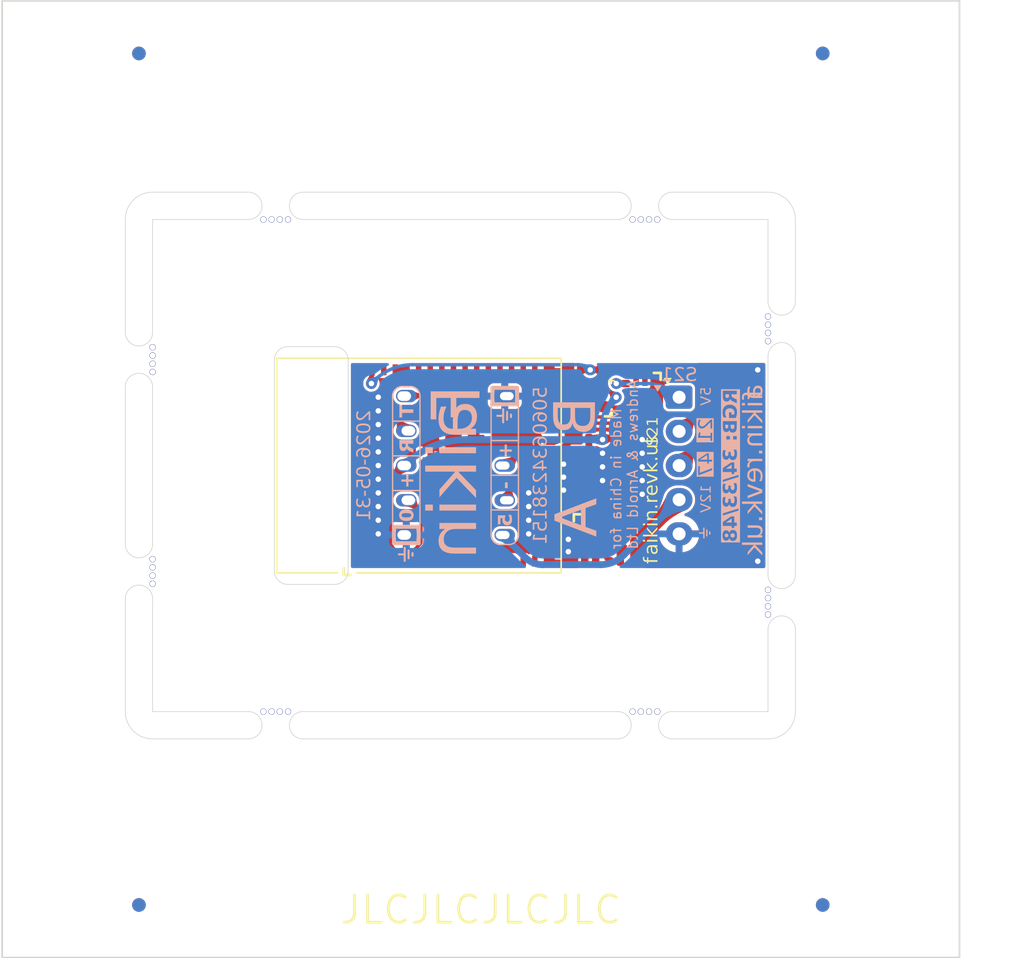
<source format=kicad_pcb>
(kicad_pcb (version 20221018) (generator pcbnew)
  (title_block (title "PCB-FAIKIN") (rev "1") (company "Adrian Kennard, Andrews & Arnold Ltd"))
  (layers (0 "F.Cu" signal) (31 "B.Cu" signal) (34 "B.Paste" user) (35 "F.Paste" user) (36 "B.SilkS" user "B.Silkscreen") (37 "F.SilkS" user "F.Silkscreen") (38 "B.Mask" user) (39 "F.Mask" user) (44 "Edge.Cuts" user))
  (property "DATE" "2023-06-02")
  (net 0 "")
  (net 1 "GND")
  (net 2 "TX")
  (net 3 "RX")
  (net 4 "Net-(J1-Pin_2)")
  (net 5 "Net-(D2-RK)")
  (net 6 "Net-(D2-BK)")
  (net 7 "DC")
  (net 8 "Net-(D2-GK)")
  (net 9 "Net-(U4-EN)")
  (net 10 "Net-(J1-Pin_3)")
  (net 20 "+3.3V")
  (net 23 "R")
  (net 24 "G")
  (net 25 "B")
  (net 30 "Net-(J1-Pin_1)")
  (net 42 "Net-(J2-0)")
  (net 43 "Net-(J2-Rx)")
  (net 44 "Net-(J2-Tx)")
  (net 45 "D-")
  (net 46 "D+")
  (footprint "RevK:R_0402" (layer "F.Cu") (at 145.6 57.5 90)
    (fp_text reference "R1" hide)
    (fp_text value "10k" hide)
    (pad "1" smd roundrect (at -0.5 0 90) (size 0.54 0.64) (layers "F.Cu" "F.Paste" "F.Mask") (net 30 "Net-(J1-Pin_1)"))
    (pad "2" smd roundrect (at 0.5 0 90) (size 0.54 0.64) (layers "F.Cu" "F.Paste" "F.Mask") (net 10 "Net-(J1-Pin_3)"))
  )
  (footprint "RevK:PCB-Join1" (layer "F.Cu") (at 110 71.75)
    (fp_text reference "Z1" hide)
    (fp_text value "Hidden" hide)
    (fp_arc (start -1 2) (mid 0 1) (end 1 2) (stroke (width 0.05)) (layer "Edge.Cuts"))
    (fp_arc (start 1 -2) (mid 0 -1) (end -1 -2) (stroke (width 0.05)) (layer "Edge.Cuts"))
    (pad "" np_thru_hole circle (at 1 -0.9) (size 0.45 0.45) (drill 0.4) (layers "F&B.Cu") (clearance 0.01))
    (pad "" np_thru_hole circle (at 1 -0.3) (size 0.45 0.45) (drill 0.4) (layers "F&B.Cu") (clearance 0.01))
    (pad "" np_thru_hole circle (at 1 0.3) (size 0.45 0.45) (drill 0.4) (layers "F&B.Cu") (clearance 0.01))
    (pad "" np_thru_hole circle (at 1 0.9) (size 0.45 0.45) (drill 0.4) (layers "F&B.Cu") (clearance 0.01))
    (zone (net 0) (net_name "") (layers "*.Cu") (connect_pads (clearance 0)) (min_thickness 0.254)
      (keepout (tracks allowed) (vias allowed) (pads allowed) (copperpour not_allowed) (footprints allowed))
      (fill (thermal_gap 0.508) (thermal_bridge_width 0.508))
      (polygon (pts (xy 111.2 73.75) (xy 108.8 73.75) (xy 108.8 69.75) (xy 111.2 69.75)))
    )
  )
  (footprint "RevK:PCB-Join1" (layer "F.Cu") (at 147 45 -90)
    (fp_text reference "Z7" hide)
    (fp_text value "Hidden" hide)
    (fp_arc (start -1 2) (mid 0 1) (end 1 2) (stroke (width 0.05)) (layer "Edge.Cuts"))
    (fp_arc (start 1 -2) (mid 0 -1) (end -1 -2) (stroke (width 0.05)) (layer "Edge.Cuts"))
    (pad "" np_thru_hole circle (at 1 -0.9 270) (size 0.45 0.45) (drill 0.4) (layers "F&B.Cu") (clearance 0.01))
    (pad "" np_thru_hole circle (at 1 -0.3 270) (size 0.45 0.45) (drill 0.4) (layers "F&B.Cu") (clearance 0.01))
    (pad "" np_thru_hole circle (at 1 0.3 270) (size 0.45 0.45) (drill 0.4) (layers "F&B.Cu") (clearance 0.01))
    (pad "" np_thru_hole circle (at 1 0.9 270) (size 0.45 0.45) (drill 0.4) (layers "F&B.Cu") (clearance 0.01))
    (zone (net 0) (net_name "") (layers "*.Cu") (connect_pads (clearance 0)) (min_thickness 0.254)
      (keepout (tracks allowed) (vias allowed) (pads allowed) (copperpour not_allowed) (footprints allowed))
      (fill (thermal_gap 0.508) (thermal_bridge_width 0.508))
      (polygon (pts (xy 145 46.2) (xy 145 43.8) (xy 149 43.8) (xy 149 46.2)))
    )
  )
  (footprint "RevK:C_0603_" (layer "F.Cu") (at 146.4 67.815 90)
    (fp_text reference "C8" hide)
    (fp_text value "10uF 50V")
  )
  (footprint "RevK:PCB-Join1" (layer "F.Cu") (at 157 54 180)
    (fp_text reference "Z3" hide)
    (fp_text value "Hidden" hide)
    (fp_arc (start -1 2) (mid 0 1) (end 1 2) (stroke (width 0.05)) (layer "Edge.Cuts"))
    (fp_arc (start 1 -2) (mid 0 -1) (end -1 -2) (stroke (width 0.05)) (layer "Edge.Cuts"))
    (pad "" np_thru_hole circle (at 1 -0.9 180) (size 0.45 0.45) (drill 0.4) (layers "F&B.Cu") (clearance 0.01))
    (pad "" np_thru_hole circle (at 1 -0.3 180) (size 0.45 0.45) (drill 0.4) (layers "F&B.Cu") (clearance 0.01))
    (pad "" np_thru_hole circle (at 1 0.3 180) (size 0.45 0.45) (drill 0.4) (layers "F&B.Cu") (clearance 0.01))
    (pad "" np_thru_hole circle (at 1 0.9 180) (size 0.45 0.45) (drill 0.4) (layers "F&B.Cu") (clearance 0.01))
    (zone (net 0) (net_name "") (layers "*.Cu") (connect_pads (clearance 0)) (min_thickness 0.254)
      (keepout (tracks allowed) (vias allowed) (pads allowed) (copperpour not_allowed) (footprints allowed))
      (fill (thermal_gap 0.508) (thermal_bridge_width 0.508))
      (polygon (pts (xy 155.8 52) (xy 158.2 52) (xy 158.2 56) (xy 155.8 56)))
    )
  )
  (footprint "RevK:LED-RGB-1.6x1.6" (layer "F.Cu") (at 143.55 58.9 90)
    (fp_text reference "D2" hide)
    (fp_text value "RGB")
    (pad "1" smd rect (at -0.8 0.45 90) (size 0.8 0.55) (layers "F.Cu" "F.Paste" "F.Mask") (net 5 "Net-(D2-RK)"))
    (pad "2" smd rect (at -0.8 -0.45 90) (size 0.8 0.55) (layers "F.Cu" "F.Paste" "F.Mask") (net 8 "Net-(D2-GK)"))
    (pad "3" smd rect (at 0.8 -0.45 90) (size 0.8 0.55) (layers "F.Cu" "F.Paste" "F.Mask") (net 6 "Net-(D2-BK)"))
    (pad "4" smd rect (at 0.8 0.45 90) (size 0.8 0.55) (layers "F.Cu" "F.Paste" "F.Mask") (net 20 "+3.3V"))
  )
  (footprint "RevK:PCB-Join1" (layer "F.Cu") (at 157 74 180)
    (fp_text reference "Z4" hide)
    (fp_text value "Hidden" hide)
    (fp_arc (start -1 2) (mid 0 1) (end 1 2) (stroke (width 0.05)) (layer "Edge.Cuts"))
    (fp_arc (start 1 -2) (mid 0 -1) (end -1 -2) (stroke (width 0.05)) (layer "Edge.Cuts"))
    (pad "" np_thru_hole circle (at 1 -0.9 180) (size 0.45 0.45) (drill 0.4) (layers "F&B.Cu") (clearance 0.01))
    (pad "" np_thru_hole circle (at 1 -0.3 180) (size 0.45 0.45) (drill 0.4) (layers "F&B.Cu") (clearance 0.01))
    (pad "" np_thru_hole circle (at 1 0.3 180) (size 0.45 0.45) (drill 0.4) (layers "F&B.Cu") (clearance 0.01))
    (pad "" np_thru_hole circle (at 1 0.9 180) (size 0.45 0.45) (drill 0.4) (layers "F&B.Cu") (clearance 0.01))
    (zone (net 0) (net_name "") (layers "*.Cu") (connect_pads (clearance 0)) (min_thickness 0.254)
      (keepout (tracks allowed) (vias allowed) (pads allowed) (copperpour not_allowed) (footprints allowed))
      (fill (thermal_gap 0.508) (thermal_bridge_width 0.508))
      (polygon (pts (xy 155.8 72) (xy 158.2 72) (xy 158.2 76) (xy 155.8 76)))
    )
  )
  (footprint "RevK:R_0402" (layer "F.Cu") (at 141.8 59.8 180)
    (fp_text reference "R6" hide)
    (fp_text value "2K" hide)
    (pad "1" smd roundrect (at -0.5 0 180) (size 0.54 0.64) (layers "F.Cu" "F.Paste" "F.Mask") (net 8 "Net-(D2-GK)"))
    (pad "2" smd roundrect (at 0.5 0 180) (size 0.54 0.64) (layers "F.Cu" "F.Paste" "F.Mask") (net 24 "G"))
  )
  (footprint "RevK:C_0402" (layer "F.Cu") (at 141.8 57 180)
    (fp_text reference "C6" hide)
    (fp_text value "1uF" hide)
    (pad "1" smd roundrect (at -0.5 0 180) (size 0.54 0.64) (layers "F.Cu" "F.Paste" "F.Mask") (net 9 "Net-(U4-EN)"))
    (pad "2" smd roundrect (at 0.5 0 180) (size 0.54 0.64) (layers "F.Cu" "F.Paste" "F.Mask") (net 1 "GND"))
  )
  (footprint "RevK:R_0402_" (layer "F.Cu") (at 142.1 71 180)
    (fp_text reference "R10" hide)
    (fp_text value "39k2" hide)
  )
  (footprint "RevK:SOT-363_SC-70-6" (layer "F.Cu") (at 147 58.8 -90)
    (fp_text reference "Q1" hide)
    (fp_text value "BSS138PS")
    (pad "1" smd rect (at -0.95 -0.65 270) (size 0.65 0.4) (layers "F.Cu" "F.Paste" "F.Mask") (net 1 "GND"))
    (pad "2" smd rect (at -0.95 0 270) (size 0.65 0.4) (layers "F.Cu" "F.Paste" "F.Mask") (net 4 "Net-(J1-Pin_2)"))
    (pad "3" smd rect (at -0.95 0.65 270) (size 0.65 0.4) (layers "F.Cu" "F.Paste" "F.Mask") (net 10 "Net-(J1-Pin_3)"))
    (pad "4" smd rect (at 0.95 0.65 270) (size 0.65 0.4) (layers "F.Cu" "F.Paste" "F.Mask") (net 1 "GND"))
    (pad "5" smd rect (at 0.95 0 270) (size 0.65 0.4) (layers "F.Cu" "F.Paste" "F.Mask") (net 2 "TX"))
    (pad "6" smd rect (at 0.95 -0.65 270) (size 0.65 0.4) (layers "F.Cu" "F.Paste" "F.Mask") (net 3 "RX"))
  )
  (footprint "RevK:R_0402" (layer "F.Cu") (at 141.8 58.9 180)
    (fp_text reference "R5" hide)
    (fp_text value "680R" hide)
    (pad "1" smd roundrect (at -0.5 0 180) (size 0.54 0.64) (layers "F.Cu" "F.Paste" "F.Mask") (net 5 "Net-(D2-RK)"))
    (pad "2" smd roundrect (at 0.5 0 180) (size 0.54 0.64) (layers "F.Cu" "F.Paste" "F.Mask") (net 23 "R"))
  )
  (footprint "RevK:SOT-23-6-MD8942" (layer "F.Cu") (at 143.9 69.115 180)
    (fp_text reference "U3" hide)
    (fp_text value "MD8942")
    (pad "1" smd rect (at 0.7625 1.5 180) (size 0.525 0.8) (layers "F.Cu"))
    (pad "1" smd roundrect (at 0.775 2 180) (size 0.8 0.95) (layers "F.Cu" "F.Paste" "F.Mask"))
    (pad "1" smd roundrect (at 1.1375 0.95 180) (size 1.325 0.6) (layers "F.Cu" "F.Paste" "F.Mask"))
    (pad "2" smd roundrect (at 1.1375 0 180) (size 1.325 0.6) (layers "F.Cu" "F.Paste" "F.Mask") (net 1 "GND"))
    (pad "2" smd rect (at 1.8 0 180) (size 0.8 0.6) (layers "F.Cu") (net 1 "GND"))
    (pad "2" smd roundrect (at 2.300001 -1.9 180) (size 0.54 0.64) (layers "F.Cu" "F.Paste" "F.Mask") (net 1 "GND"))
    (pad "2" smd roundrect (at 2.5 -0.72 180) (size 0.95 3) (layers "F.Cu") (net 1 "GND"))
    (pad "2" smd roundrect (at 2.5 0.525 180) (size 0.95 0.8) (layers "F.Cu" "F.Paste" "F.Mask") (net 1 "GND"))
    (pad "3" smd roundrect (at 0.5 -1.9 180) (size 0.54 0.64) (layers "F.Cu" "F.Paste" "F.Mask"))
    (pad "3" smd rect (at 0.625 -1.355 180) (size 0.29 0.89) (layers "F.Cu"))
    (pad "3" smd roundrect (at 1.1375 -0.95 180) (size 1.325 0.6) (layers "F.Cu" "F.Paste" "F.Mask"))
    (pad "3" smd rect (at 1.3 -1.45 180) (size 0.54 1) (layers "F.Cu"))
    (pad "3" smd roundrect (at 1.300001 -1.9 180) (size 0.54 0.64) (layers "F.Cu" "F.Paste" "F.Mask"))
    (pad "4" smd roundrect (at -1.3 -1.9 180) (size 0.54 0.64) (layers "F.Cu" "F.Paste" "F.Mask"))
    (pad "4" smd rect (at -1.3 -1.42 180) (size 0.54 1) (layers "F.Cu"))
    (pad "4" smd roundrect (at -1.1375 -0.95 180) (size 1.325 0.6) (layers "F.Cu" "F.Paste" "F.Mask"))
    (pad "5" smd roundrect (at -2.5 -0.72 180) (size 0.95 3) (layers "F.Cu") (net 7 "DC"))
    (pad "5" smd roundrect (at -2.5 0.525 180) (size 0.95 0.8) (layers "F.Cu" "F.Paste" "F.Mask") (net 7 "DC"))
    (pad "5" smd roundrect (at -2.3 -1.9 180) (size 0.54 0.64) (layers "F.Cu" "F.Paste" "F.Mask") (net 7 "DC"))
    (pad "5" smd rect (at -1.8 0 180) (size 0.8 0.6) (layers "F.Cu") (net 7 "DC"))
    (pad "5" smd roundrect (at -1.1375 0 180) (size 1.325 0.6) (layers "F.Cu" "F.Paste" "F.Mask") (net 7 "DC"))
    (pad "6" smd rect (at -1.5 4.6 180) (size 1.425 3.7) (layers "F.Cu" "F.Mask"))
    (pad "6" smd rect (at -1.3 1.975 180) (size 1 2) (layers "F.Cu"))
    (pad "6" smd roundrect (at -1.1375 0.95 180) (size 1.325 0.6) (layers "F.Cu" "F.Paste" "F.Mask"))
    (pad "6" smd roundrect (at -0.775 2 180) (size 0.8 0.95) (layers "F.Cu" "F.Paste" "F.Mask"))
    (pad "7" smd roundrect (at -2.69375 4.2 180) (size 0.5625 4.5) (layers "F.Cu") (net 1 "GND"))
    (pad "7" smd roundrect (at -2.5 2.075 180) (size 0.95 0.8) (layers "F.Cu" "F.Paste" "F.Mask") (net 1 "GND"))
    (pad "8" smd roundrect (at -0.5 -1.9 180) (size 0.54 0.64) (layers "F.Cu" "F.Paste" "F.Mask") (net 20 "+3.3V"))
    (pad "8" smd custom (at 0 0.8 180) (size 0.35 3) (layers "F.Cu") (net 20 "+3.3V") (options (clearance outline) (anchor rect)) (primitives (gr_arc (start -0.5 -2.71) (mid -0.129059 -2.154847) (end 0.001198 -1.5) (width 0.35)) (gr_arc (start 1.5 3) (mid 0.43934 2.56066) (end 0 1.5) (width 0.35))))
    (pad "8" smd rect (at 1.5 4.6 180) (size 1.425 3.7) (layers "F.Cu" "F.Mask") (net 20 "+3.3V"))
    (pad "8" smd custom (at 1.8 3.6 180) (size 0.7 2) (layers "F.Cu") (net 20 "+3.3V") (options (clearance outline) (anchor rect)) (primitives (gr_arc (start 0 -1) (mid 0.146447 -1.353553) (end 0.5 -1.5) (width 0.7))))
    (pad "8" smd roundrect (at 2.5 2.075 180) (size 0.95 0.8) (layers "F.Cu" "F.Paste" "F.Mask") (net 20 "+3.3V"))
  )
  (footprint "RevK:R_0402" (layer "F.Cu") (at 144.2 57 180)
    (fp_text reference "R3" hide)
    (fp_text value "10K" hide)
    (pad "1" smd roundrect (at -0.5 0 180) (size 0.54 0.64) (layers "F.Cu" "F.Paste" "F.Mask") (net 20 "+3.3V"))
    (pad "2" smd roundrect (at 0.5 0 180) (size 0.54 0.64) (layers "F.Cu" "F.Paste" "F.Mask") (net 9 "Net-(U4-EN)"))
  )
  (footprint "RevK:R_0402_" (layer "F.Cu") (at 145.7 71 180)
    (fp_text reference "R11" hide)
    (fp_text value "1M" hide)
  )
  (footprint "RevK:C_0402" (layer "F.Cu") (at 142.4 62 180)
    (fp_text reference "C2" hide)
    (fp_text value "100nF" hide)
    (pad "1" smd roundrect (at -0.5 0 180) (size 0.54 0.64) (layers "F.Cu" "F.Paste" "F.Mask") (net 20 "+3.3V"))
    (pad "2" smd roundrect (at 0.5 0 180) (size 0.54 0.64) (layers "F.Cu" "F.Paste" "F.Mask") (net 1 "GND"))
  )
  (footprint "RevK:ESP32-S3-MINI-1" (layer "F.Cu") (at 133 64 90)
    (fp_text reference "U4" hide)
    (fp_text value "ESP32-S3-MINI-1" hide)
    (pad "1" smd rect (at -7 -5.95 180) (size 0.4 0.8) (layers "F.Cu" "F.Paste" "F.Mask") (net 1 "GND"))
    (pad "2" smd rect (at -7 -5.1 180) (size 0.4 0.8) (layers "F.Cu" "F.Paste" "F.Mask") (net 1 "GND"))
    (pad "3" smd rect (at -7 -4.25 180) (size 0.4 0.8) (layers "F.Cu" "F.Paste" "F.Mask") (net 20 "+3.3V"))
    (pad "4" smd rect (at -7 -3.4 180) (size 0.4 0.8) (layers "F.Cu" "F.Paste" "F.Mask") (net 42 "Net-(J2-0)"))
    (pad "5" smd rect (at -7 -2.55 180) (size 0.4 0.8) (layers "F.Cu" "F.Paste" "F.Mask"))
    (pad "6" smd rect (at -7 -1.7 180) (size 0.4 0.8) (layers "F.Cu" "F.Paste" "F.Mask"))
    (pad "7" smd rect (at -7 -0.85 180) (size 0.4 0.8) (layers "F.Cu" "F.Paste" "F.Mask"))
    (pad "8" smd rect (at -7 0 180) (size 0.4 0.8) (layers "F.Cu" "F.Paste" "F.Mask"))
    (pad "9" smd rect (at -7 0.85 180) (size 0.4 0.8) (layers "F.Cu" "F.Paste" "F.Mask"))
    (pad "10" smd rect (at -7 1.7 180) (size 0.4 0.8) (layers "F.Cu" "F.Paste" "F.Mask"))
    (pad "11" smd rect (at -7 2.55 180) (size 0.4 0.8) (layers "F.Cu" "F.Paste" "F.Mask"))
    (pad "12" smd rect (at -7 3.4 180) (size 0.4 0.8) (layers "F.Cu" "F.Paste" "F.Mask"))
    (pad "13" smd rect (at -7 4.25 180) (size 0.4 0.8) (layers "F.Cu" "F.Paste" "F.Mask"))
    (pad "14" smd rect (at -7 5.1 180) (size 0.4 0.8) (layers "F.Cu" "F.Paste" "F.Mask"))
    (pad "15" smd rect (at -7 5.95 180) (size 0.4 0.8) (layers "F.Cu" "F.Paste" "F.Mask"))
    (pad "16" smd rect (at -5.95 7 90) (size 0.4 0.8) (layers "F.Cu" "F.Paste" "F.Mask") (net 1 "GND"))
    (pad "17" smd rect (at -5.1 7 90) (size 0.4 0.8) (layers "F.Cu" "F.Paste" "F.Mask") (net 1 "GND"))
    (pad "18" smd rect (at -4.25 7 90) (size 0.4 0.8) (layers "F.Cu" "F.Paste" "F.Mask") (net 1 "GND"))
    (pad "19" smd rect (at -3.4 7 90) (size 0.4 0.8) (layers "F.Cu" "F.Paste" "F.Mask") (net 1 "GND"))
    (pad "20" smd rect (at -2.55 7 90) (size 0.4 0.8) (layers "F.Cu" "F.Paste" "F.Mask") (net 1 "GND"))
    (pad "21" smd rect (at -1.7 7 90) (size 0.4 0.8) (layers "F.Cu" "F.Paste" "F.Mask") (net 1 "GND"))
    (pad "22" smd rect (at -0.85 7 90) (size 0.4 0.8) (layers "F.Cu" "F.Paste" "F.Mask") (net 1 "GND"))
    (pad "23" smd rect (at 0 7 90) (size 0.4 0.8) (layers "F.Cu" "F.Paste" "F.Mask") (net 45 "D-"))
    (pad "24" smd rect (at 0.85 7 90) (size 0.4 0.8) (layers "F.Cu" "F.Paste" "F.Mask") (net 46 "D+"))
    (pad "25" smd rect (at 1.7 7 90) (size 0.4 0.8) (layers "F.Cu" "F.Paste" "F.Mask") (net 3 "RX"))
    (pad "26" smd rect (at 2.55 7 90) (size 0.4 0.8) (layers "F.Cu" "F.Paste" "F.Mask"))
    (pad "27" smd rect (at 3.4 7 90) (size 0.4 0.8) (layers "F.Cu" "F.Paste" "F.Mask") (net 2 "TX"))
    (pad "28" smd rect (at 4.25 7 90) (size 0.4 0.8) (layers "F.Cu" "F.Paste" "F.Mask") (net 24 "G"))
    (pad "29" smd rect (at 5.1 7 90) (size 0.4 0.8) (layers "F.Cu" "F.Paste" "F.Mask") (net 23 "R"))
    (pad "30" smd rect (at 5.95 7 90) (size 0.4 0.8) (layers "F.Cu" "F.Paste" "F.Mask") (net 25 "B"))
    (pad "31" smd rect (at 7 5.95 180) (size 0.4 0.8) (layers "F.Cu" "F.Paste" "F.Mask"))
    (pad "32" smd rect (at 7 5.1 180) (size 0.4 0.8) (layers "F.Cu" "F.Paste" "F.Mask"))
    (pad "33" smd rect (at 7 4.25 180) (size 0.4 0.8) (layers "F.Cu" "F.Paste" "F.Mask"))
    (pad "34" smd rect (at 7 3.4 180) (size 0.4 0.8) (layers "F.Cu" "F.Paste" "F.Mask"))
    (pad "35" smd rect (at 7 2.55 180) (size 0.4 0.8) (layers "F.Cu" "F.Paste" "F.Mask"))
    (pad "36" smd rect (at 7 1.7 180) (size 0.4 0.8) (layers "F.Cu" "F.Paste" "F.Mask"))
    (pad "37" smd rect (at 7 0.85 180) (size 0.4 0.8) (layers "F.Cu" "F.Paste" "F.Mask"))
    (pad "38" smd rect (at 7 0 180) (size 0.4 0.8) (layers "F.Cu" "F.Paste" "F.Mask"))
    (pad "39" smd rect (at 7 -0.85 180) (size 0.4 0.8) (layers "F.Cu" "F.Paste" "F.Mask") (net 44 "Net-(J2-Tx)"))
    (pad "40" smd rect (at 7 -1.7 180) (size 0.4 0.8) (layers "F.Cu" "F.Paste" "F.Mask") (net 43 "Net-(J2-Rx)"))
    (pad "41" smd rect (at 7 -2.55 180) (size 0.4 0.8) (layers "F.Cu" "F.Paste" "F.Mask"))
    (pad "42" smd rect (at 7 -3.4 180) (size 0.4 0.8) (layers "F.Cu" "F.Paste" "F.Mask") (net 1 "GND"))
    (pad "43" smd rect (at 7 -4.25 180) (size 0.4 0.8) (layers "F.Cu" "F.Paste" "F.Mask") (net 1 "GND"))
    (pad "44" smd rect (at 7 -5.1 180) (size 0.4 0.8) (layers "F.Cu" "F.Paste" "F.Mask"))
    (pad "45" smd rect (at 7 -5.95 180) (size 0.4 0.8) (layers "F.Cu" "F.Paste" "F.Mask") (net 9 "Net-(U4-EN)"))
    (pad "46" smd rect (at 5.95 -7 90) (size 0.4 0.8) (layers "F.Cu" "F.Paste" "F.Mask") (net 1 "GND"))
    (pad "47" smd rect (at 5.1 -7 90) (size 0.4 0.8) (layers "F.Cu" "F.Paste" "F.Mask") (net 1 "GND"))
    (pad "48" smd rect (at 4.25 -7 90) (size 0.4 0.8) (layers "F.Cu" "F.Paste" "F.Mask") (net 1 "GND"))
    (pad "49" smd rect (at 3.4 -7 90) (size 0.4 0.8) (layers "F.Cu" "F.Paste" "F.Mask") (net 1 "GND"))
    (pad "50" smd rect (at 2.55 -7 90) (size 0.4 0.8) (layers "F.Cu" "F.Paste" "F.Mask") (net 1 "GND"))
    (pad "51" smd rect (at 1.7 -7 90) (size 0.4 0.8) (layers "F.Cu" "F.Paste" "F.Mask") (net 1 "GND"))
    (pad "52" smd rect (at 0.85 -7 90) (size 0.4 0.8) (layers "F.Cu" "F.Paste" "F.Mask") (net 1 "GND"))
    (pad "53" smd rect (at 0 -7 90) (size 0.4 0.8) (layers "F.Cu" "F.Paste" "F.Mask") (net 1 "GND"))
    (pad "54" smd rect (at -0.85 -7 90) (size 0.4 0.8) (layers "F.Cu" "F.Paste" "F.Mask") (net 1 "GND"))
    (pad "55" smd rect (at -1.7 -7 90) (size 0.4 0.8) (layers "F.Cu" "F.Paste" "F.Mask") (net 1 "GND"))
    (pad "56" smd rect (at -2.55 -7 90) (size 0.4 0.8) (layers "F.Cu" "F.Paste" "F.Mask") (net 1 "GND"))
    (pad "57" smd rect (at -3.4 -7 90) (size 0.4 0.8) (layers "F.Cu" "F.Paste" "F.Mask") (net 1 "GND"))
    (pad "58" smd rect (at -4.25 -7 90) (size 0.4 0.8) (layers "F.Cu" "F.Paste" "F.Mask") (net 1 "GND"))
    (pad "59" smd rect (at -5.1 -7 90) (size 0.4 0.8) (layers "F.Cu" "F.Paste" "F.Mask") (net 1 "GND"))
    (pad "60" smd rect (at -5.95 -7 90) (size 0.4 0.8) (layers "F.Cu" "F.Paste" "F.Mask") (net 1 "GND"))
    (pad "61" smd roundrect (at -1.65 -1.65 90) (size 1.2 1.2) (layers "F.Cu" "F.Paste" "F.Mask") (roundrect_rratio 0) (chamfer_ratio 0.5) (chamfer top_left) (net 1 "GND"))
    (pad "61" smd rect (at -1.65 0 180) (size 1.2 1.2) (layers "F.Cu" "F.Paste" "F.Mask") (net 1 "GND"))
    (pad "61" smd rect (at -1.65 1.65 180) (size 1.2 1.2) (layers "F.Cu" "F.Paste" "F.Mask") (net 1 "GND"))
    (pad "61" smd rect (at 0 -1.65 90) (size 1.2 1.2) (layers "F.Cu" "F.Paste" "F.Mask") (net 1 "GND"))
    (pad "61" smd rect (at 0 0 90) (size 1.2 1.2) (layers "F.Cu" "F.Paste" "F.Mask") (net 1 "GND"))
    (pad "61" smd rect (at 0 1.65 90) (size 1.2 1.2) (layers "F.Cu" "F.Paste" "F.Mask") (net 1 "GND"))
    (pad "61" smd rect (at 1.65 -1.65 90) (size 1.2 1.2) (layers "F.Cu" "F.Paste" "F.Mask") (net 1 "GND"))
    (pad "61" smd rect (at 1.65 0 90) (size 1.2 1.2) (layers "F.Cu" "F.Paste" "F.Mask") (net 1 "GND"))
    (pad "61" smd rect (at 1.65 1.65 90) (size 1.2 1.2) (layers "F.Cu" "F.Paste" "F.Mask") (net 1 "GND"))
    (pad "62" smd rect (at -7 -7 90) (size 0.8 0.8) (layers "F.Cu" "F.Paste" "F.Mask") (net 1 "GND"))
    (pad "63" smd rect (at -7 7 90) (size 0.8 0.8) (layers "F.Cu" "F.Paste" "F.Mask") (net 1 "GND"))
    (pad "64" smd rect (at 7 7 90) (size 0.8 0.8) (layers "F.Cu" "F.Paste" "F.Mask") (net 1 "GND"))
    (pad "65" smd rect (at 7 -7 90) (size 0.8 0.8) (layers "F.Cu" "F.Paste" "F.Mask") (net 1 "GND"))
    (zone (net 0) (net_name "") (layers "F.Cu" "In1.Cu" "In2.Cu" "In3.Cu" "In4.Cu" "In5.Cu" "In6.Cu" "In7.Cu" "In8.Cu" "In9.Cu" "In10.Cu" "In11.Cu" "In12.Cu" "In13.Cu" "In14.Cu" "In15.Cu" "In16.Cu" "In17.Cu" "In18.Cu" "In19.Cu" "In20.Cu" "In21.Cu" "In22.Cu" "In23.Cu" "In24.Cu" "In25.Cu" "In26.Cu" "In27.Cu" "In28.Cu" "In29.Cu" "In30.Cu") (connect_pads (clearance 0)) (min_thickness 0.01)
      (keepout (tracks not_allowed) (vias not_allowed) (pads not_allowed) (copperpour not_allowed) (footprints not_allowed))
      (fill (thermal_gap 0.508) (thermal_bridge_width 0.508))
      (polygon (pts (xy 120.225 71.7) (xy 120.225 56.3) (xy 125.275 56.3) (xy 125.275 71.7)))
    )
    (zone (net 0) (net_name "") (layer "B.Cu") (connect_pads (clearance 0)) (min_thickness 0.01)
      (keepout (tracks not_allowed) (vias not_allowed) (pads not_allowed) (copperpour not_allowed) (footprints not_allowed))
      (fill (thermal_gap 0.508) (thermal_bridge_width 0.508))
      (polygon (pts (xy 120.15 71.7) (xy 120.15 56.3) (xy 124.8 56.3) (xy 124.8 71.7)))
    )
  )
  (footprint "RevK:PCB-Join1" (layer "F.Cu") (at 120 45 -90)
    (fp_text reference "Z8" hide)
    (fp_text value "Hidden" hide)
    (fp_arc (start -1 2) (mid 0 1) (end 1 2) (stroke (width 0.05)) (layer "Edge.Cuts"))
    (fp_arc (start 1 -2) (mid 0 -1) (end -1 -2) (stroke (width 0.05)) (layer "Edge.Cuts"))
    (pad "" np_thru_hole circle (at 1 -0.9 270) (size 0.45 0.45) (drill 0.4) (layers "F&B.Cu") (clearance 0.01))
    (pad "" np_thru_hole circle (at 1 -0.3 270) (size 0.45 0.45) (drill 0.4) (layers "F&B.Cu") (clearance 0.01))
    (pad "" np_thru_hole circle (at 1 0.3 270) (size 0.45 0.45) (drill 0.4) (layers "F&B.Cu") (clearance 0.01))
    (pad "" np_thru_hole circle (at 1 0.9 270) (size 0.45 0.45) (drill 0.4) (layers "F&B.Cu") (clearance 0.01))
    (zone (net 0) (net_name "") (layers "*.Cu") (connect_pads (clearance 0)) (min_thickness 0.254)
      (keepout (tracks allowed) (vias allowed) (pads allowed) (copperpour not_allowed) (footprints allowed))
      (fill (thermal_gap 0.508) (thermal_bridge_width 0.508))
      (polygon (pts (xy 118 46.2) (xy 118 43.8) (xy 122 43.8) (xy 122 46.2)))
    )
  )
  (footprint "RevK:C_0603_" (layer "F.Cu") (at 143.9 67.115)
    (fp_text reference "C10" hide)
    (fp_text value "100nF")
  )
  (footprint "RevK:VCUT70" (layer "F.Cu") (at 134.9 71.7 180)
    (fp_text reference "V2" hide)
    (fp_text value "~")
    (zone (net 0) (net_name "") (layers "F.Cu" "Cmts.User") (connect_pads (clearance 0)) (min_thickness 0.25)
      (keepout (tracks not_allowed) (vias allowed) (pads allowed) (copperpour not_allowed) (footprints allowed))
      (fill (thermal_gap 0.5) (thermal_bridge_width 0.5))
      (polygon (pts (xy 99.9 71.5) (xy 99.9 71.9) (xy 169.9 71.9) (xy 169.9 71.5)))
    )
    (zone (net 0) (net_name "") (layers "B.Cu" "Cmts.User") (connect_pads (clearance 0)) (min_thickness 0.25)
      (keepout (tracks not_allowed) (vias allowed) (pads allowed) (copperpour not_allowed) (footprints allowed))
      (fill (thermal_gap 0.5) (thermal_bridge_width 0.5))
      (polygon (pts (xy 99.9 71.5) (xy 99.9 71.9) (xy 169.9 71.9) (xy 169.9 71.5)))
    )
  )
  (footprint "RevK:JST_EH_S5B-EH_1x05_P2.50mm_Horizontal" (layer "F.Cu") (at 149.5 59 -90)
    (fp_text reference "J1" hide)
    (fp_text value "1x5")
    (pad "1" thru_hole roundrect (at 0 0 270) (size 1.7 1.95) (drill 0.95) (layers "*.Cu" "*.Mask") (roundrect_rratio 0.1470588235) (net 30 "Net-(J1-Pin_1)"))
    (pad "2" thru_hole oval (at 2.5 0 270) (size 1.7 1.95) (drill 0.95) (layers "*.Cu" "*.Mask") (net 4 "Net-(J1-Pin_2)"))
    (pad "3" thru_hole oval (at 5 0 270) (size 1.7 1.95) (drill 0.95) (layers "*.Cu" "*.Mask") (net 10 "Net-(J1-Pin_3)"))
    (pad "4" thru_hole oval (at 7.5 0 270) (size 1.7 1.95) (drill 0.95) (layers "*.Cu" "*.Mask") (net 7 "DC"))
    (pad "5" thru_hole oval (at 10 0 270) (size 1.7 1.95) (drill 0.95) (layers "*.Cu" "*.Mask") (net 1 "GND"))
  )
  (footprint "RevK:C_0402" (layer "F.Cu") (at 145.4 62)
    (fp_text reference "C5" hide)
    (fp_text value "22uF" hide)
    (pad "1" smd roundrect (at -0.5 0) (size 0.54 0.64) (layers "F.Cu" "F.Paste" "F.Mask") (net 20 "+3.3V"))
    (pad "2" smd roundrect (at 0.5 0) (size 0.54 0.64) (layers "F.Cu" "F.Paste" "F.Mask") (net 1 "GND"))
  )
  (footprint "RevK:L_4x4_" (layer "F.Cu") (at 143.9 64.515)
    (fp_text reference "L2" hide)
    (fp_text value "10uH")
  )
  (footprint "RevK:R_0402" (layer "F.Cu") (at 141.8 58 180)
    (fp_text reference "R12" hide)
    (fp_text value "220R" hide)
    (pad "1" smd roundrect (at -0.5 0 180) (size 0.54 0.64) (layers "F.Cu" "F.Paste" "F.Mask") (net 6 "Net-(D2-BK)"))
    (pad "2" smd roundrect (at 0.5 0 180) (size 0.54 0.64) (layers "F.Cu" "F.Paste" "F.Mask") (net 25 "B"))
  )
  (footprint "RevK:PCB-Join1" (layer "F.Cu") (at 147 83 90)
    (fp_text reference "Z6" hide)
    (fp_text value "Hidden" hide)
    (fp_arc (start -1 2) (mid 0 1) (end 1 2) (stroke (width 0.05)) (layer "Edge.Cuts"))
    (fp_arc (start 1 -2) (mid 0 -1) (end -1 -2) (stroke (width 0.05)) (layer "Edge.Cuts"))
    (pad "" np_thru_hole circle (at 1 -0.9 90) (size 0.45 0.45) (drill 0.4) (layers "F&B.Cu") (clearance 0.01))
    (pad "" np_thru_hole circle (at 1 -0.3 90) (size 0.45 0.45) (drill 0.4) (layers "F&B.Cu") (clearance 0.01))
    (pad "" np_thru_hole circle (at 1 0.3 90) (size 0.45 0.45) (drill 0.4) (layers "F&B.Cu") (clearance 0.01))
    (pad "" np_thru_hole circle (at 1 0.9 90) (size 0.45 0.45) (drill 0.4) (layers "F&B.Cu") (clearance 0.01))
    (zone (net 0) (net_name "") (layers "*.Cu") (connect_pads (clearance 0)) (min_thickness 0.254)
      (keepout (tracks allowed) (vias allowed) (pads allowed) (copperpour not_allowed) (footprints allowed))
      (fill (thermal_gap 0.508) (thermal_bridge_width 0.508))
      (polygon (pts (xy 149 81.8) (xy 149 84.2) (xy 145 84.2) (xy 145 81.8)))
    )
  )
  (footprint "RevK:C_0603_" (layer "F.Cu") (at 141.4 67.815 -90)
    (fp_text reference "C9" hide)
    (fp_text value "10uF 6.3V")
  )
  (footprint "RevK:R_0402_" (layer "F.Cu") (at 143.9 71.015)
    (fp_text reference "R9" hide)
    (fp_text value "124k" hide)
  )
  (footprint "RevK:PCB-Join1" (layer "F.Cu") (at 110 56.25)
    (fp_text reference "Z2" hide)
    (fp_text value "Hidden" hide)
    (fp_arc (start -1 2) (mid 0 1) (end 1 2) (stroke (width 0.05)) (layer "Edge.Cuts"))
    (fp_arc (start 1 -2) (mid 0 -1) (end -1 -2) (stroke (width 0.05)) (layer "Edge.Cuts"))
    (pad "" np_thru_hole circle (at 1 -0.9) (size 0.45 0.45) (drill 0.4) (layers "F&B.Cu") (clearance 0.01))
    (pad "" np_thru_hole circle (at 1 -0.3) (size 0.45 0.45) (drill 0.4) (layers "F&B.Cu") (clearance 0.01))
    (pad "" np_thru_hole circle (at 1 0.3) (size 0.45 0.45) (drill 0.4) (layers "F&B.Cu") (clearance 0.01))
    (pad "" np_thru_hole circle (at 1 0.9) (size 0.45 0.45) (drill 0.4) (layers "F&B.Cu") (clearance 0.01))
    (zone (net 0) (net_name "") (layers "*.Cu") (connect_pads (clearance 0)) (min_thickness 0.254)
      (keepout (tracks allowed) (vias allowed) (pads allowed) (copperpour not_allowed) (footprints allowed))
      (fill (thermal_gap 0.508) (thermal_bridge_width 0.508))
      (polygon (pts (xy 111.2 58.25) (xy 108.8 58.25) (xy 108.8 54.25) (xy 111.2 54.25)))
    )
  )
  (footprint "RevK:PCB-Join1" (layer "F.Cu") (at 120 83 90)
    (fp_text reference "Z5" hide)
    (fp_text value "Hidden" hide)
    (fp_arc (start -1 2) (mid 0 1) (end 1 2) (stroke (width 0.05)) (layer "Edge.Cuts"))
    (fp_arc (start 1 -2) (mid 0 -1) (end -1 -2) (stroke (width 0.05)) (layer "Edge.Cuts"))
    (pad "" np_thru_hole circle (at 1 -0.9 90) (size 0.45 0.45) (drill 0.4) (layers "F&B.Cu") (clearance 0.01))
    (pad "" np_thru_hole circle (at 1 -0.3 90) (size 0.45 0.45) (drill 0.4) (layers "F&B.Cu") (clearance 0.01))
    (pad "" np_thru_hole circle (at 1 0.3 90) (size 0.45 0.45) (drill 0.4) (layers "F&B.Cu") (clearance 0.01))
    (pad "" np_thru_hole circle (at 1 0.9 90) (size 0.45 0.45) (drill 0.4) (layers "F&B.Cu") (clearance 0.01))
    (zone (net 0) (net_name "") (layers "*.Cu") (connect_pads (clearance 0)) (min_thickness 0.254)
      (keepout (tracks allowed) (vias allowed) (pads allowed) (copperpour not_allowed) (footprints allowed))
      (fill (thermal_gap 0.508) (thermal_bridge_width 0.508))
      (polygon (pts (xy 122 81.8) (xy 122 84.2) (xy 118 84.2) (xy 118 81.8)))
    )
  )
  (footprint "RevK:PCB7070" (layer "F.Cu") (at 135 65)
    (fp_text reference "PCB1" hide)
    (fp_text value "70x70" hide)
    (fp_text user "JLCJLCJLCJLC" (at 0 31.5 unlocked) (layer "F.SilkS") (effects (font (size 2 2) (thickness 0.2))))
    (fp_line (start -35 -35) (end 35 -35) (stroke (width 0.12)) (layer "Edge.Cuts"))
    (fp_line (start -35 35) (end -35 -35) (stroke (width 0.12)) (layer "Edge.Cuts"))
    (fp_line (start 35 -35) (end 35 35) (stroke (width 0.12)) (layer "Edge.Cuts"))
    (fp_line (start 35 35) (end -35 35) (stroke (width 0.12)) (layer "Edge.Cuts"))
    (pad "" np_thru_hole circle (at -33 33) (size 1.1 1.1) (drill 1.1) (layers "F&B.Cu" "*.Mask") (clearance 0.1))
    (pad "" np_thru_hole circle (at -30 -30) (size 2 2) (drill 2) (layers "F&B.Cu" "*.Mask") (clearance 0.1))
    (pad "" np_thru_hole circle (at -30 30) (size 2 2) (drill 2) (layers "F&B.Cu" "*.Mask") (clearance 0.1))
    (pad "" np_thru_hole circle (at 30 -30) (size 2 2) (drill 2) (layers "F&B.Cu" "*.Mask") (clearance 0.1))
    (pad "" np_thru_hole circle (at 30 30) (size 2 2) (drill 2) (layers "F&B.Cu" "*.Mask") (clearance 0.1))
    (pad "" np_thru_hole circle (at 33 -33) (size 1.1 1.1) (drill 1.1) (layers "F&B.Cu" "*.Mask") (clearance 0.1))
    (pad "1" smd circle (at -25 -31.15) (size 1 1) (property pad_prop_fiducial_loc) (layers "F.Cu" "F.Paste" "F.Mask") (clearance 0.5))
    (pad "1" smd circle (at -25 -31.15) (size 1 1) (property pad_prop_fiducial_loc) (layers "B.Cu" "B.Paste" "B.Mask") (clearance 0.5))
    (pad "1" smd circle (at -25 31.15) (size 1 1) (property pad_prop_fiducial_loc) (layers "F.Cu" "F.Paste" "F.Mask") (clearance 0.5))
    (pad "1" smd circle (at -25 31.15) (size 1 1) (property pad_prop_fiducial_loc) (layers "B.Cu" "B.Paste" "B.Mask") (clearance 0.5))
    (pad "1" smd circle (at 25 -31.15) (size 1 1) (property pad_prop_fiducial_loc) (layers "F.Cu" "F.Paste" "F.Mask") (clearance 0.5))
    (pad "1" smd circle (at 25 -31.15) (size 1 1) (property pad_prop_fiducial_loc) (layers "B.Cu" "B.Paste" "B.Mask") (clearance 0.5))
    (pad "1" smd circle (at 25 31.15) (size 1 1) (property pad_prop_fiducial_loc) (layers "F.Cu" "F.Paste" "F.Mask") (clearance 0.5))
    (pad "1" smd circle (at 25 31.15) (size 1 1) (property pad_prop_fiducial_loc) (layers "B.Cu" "B.Paste" "B.Mask") (clearance 0.5))
  )
  (footprint "RevK:Shelly" (layer "B.Cu") (at 129.55 64 -90)
    (fp_text reference "J2" hide)
    (fp_text value "Shelly" hide)
    (fp_text user "⏚" (at 6.5 0 90 unlocked) (layer "B.SilkS") (effects (justify mirror)))
    (fp_text user "R" (at -1.4425 -0.1 90 unlocked) (layer "B.SilkS") (effects (font (thickness 0.1) bold) (justify mirror)))
    (fp_text user "T" (at -3.9825 -0.1 90 unlocked) (layer "B.SilkS") (effects (font (thickness 0.1) bold) (justify mirror)))
    (fp_text user "0" (at 3.6375 -0.1 90 unlocked) (layer "B.SilkS") (effects (font (thickness 0.1) bold) (justify mirror)))
    (fp_text user "+" (at 1.0975 -0.1 90 unlocked) (layer "B.SilkS") (effects (font (thickness 0.1) bold) (justify mirror)))
    (pad "1" thru_hole rect (at 5.08 0.15) (size 1.5 0.9) (drill oval 1 0.7 (offset 0.15 0)) (layers "*.Cu" "*.Mask") (net 1 "GND"))
    (pad "2" thru_hole oval (at 2.54 -0.15) (size 1.5 0.9) (drill oval 1 0.7 (offset -0.15 0)) (layers "*.Cu" "*.Mask") (net 42 "Net-(J2-0)"))
    (pad "3" thru_hole oval (at 0 0.15) (size 1.5 0.9) (drill oval 1 0.7 (offset 0.15 0)) (layers "*.Cu" "*.Mask") (net 20 "+3.3V"))
    (pad "4" thru_hole oval (at -2.54 -0.15) (size 1.5 0.9) (drill oval 1 0.7 (offset -0.15 0)) (layers "*.Cu" "*.Mask") (net 43 "Net-(J2-Rx)"))
    (pad "5" thru_hole oval (at -5.08 0.15) (size 1.5 0.9) (drill oval 1 0.7 (offset 0.15 0)) (layers "*.Cu" "*.Mask") (net 44 "Net-(J2-Tx)"))
  )
  (footprint "RevK:VCUT70" (layer "B.Cu") (at 134.9 56.3 180)
    (fp_text reference "V1" hide)
    (fp_text value "~")
    (zone (net 0) (net_name "") (layers "F.Cu" "Cmts.User") (connect_pads (clearance 0)) (min_thickness 0.25)
      (keepout (tracks not_allowed) (vias allowed) (pads allowed) (copperpour not_allowed) (footprints allowed))
      (fill (thermal_gap 0.5) (thermal_bridge_width 0.5))
      (polygon (pts (xy 99.9 56.5) (xy 99.9 56.1) (xy 169.9 56.1) (xy 169.9 56.5)))
    )
    (zone (net 0) (net_name "") (layers "B.Cu" "Cmts.User") (connect_pads (clearance 0)) (min_thickness 0.25)
      (keepout (tracks not_allowed) (vias allowed) (pads allowed) (copperpour not_allowed) (footprints allowed))
      (fill (thermal_gap 0.5) (thermal_bridge_width 0.5))
      (polygon (pts (xy 99.9 56.5) (xy 99.9 56.1) (xy 169.9 56.1) (xy 169.9 56.5)))
    )
  )
  (footprint "RevK:USB-PROG" (layer "B.Cu") (at 136.75 64 90)
    (fp_text reference "J3" hide)
    (fp_text value "USB-PROG" hide)
    (fp_text user "+" (at 1.0975 0.1 90 unlocked) (layer "B.SilkS") (effects (font (thickness 0.1) bold) (justify mirror)))
    (fp_text user "-" (at -1.4425 0.1 90 unlocked) (layer "B.SilkS") (effects (font (thickness 0.1) bold) (justify mirror)))
    (fp_text user "⏚" (at 3.6375 0 90 unlocked) (layer "B.SilkS") (effects (justify mirror)))
    (fp_text user "5" (at -3.9825 0.1 90 unlocked) (layer "B.SilkS") (effects (font (thickness 0.1) bold) (justify mirror)))
    (pad "1" thru_hole oval (at -5.08 -0.15) (size 1.5 0.9) (drill oval 1 0.6 (offset 0.15 0)) (layers "*.Cu" "*.Mask") (net 7 "DC"))
    (pad "2" thru_hole oval (at -2.54 0.15) (size 1.5 0.9) (drill oval 1 0.6 (offset -0.15 0)) (layers "*.Cu" "*.Mask") (net 45 "D-"))
    (pad "3" thru_hole oval (at 0 -0.15) (size 1.5 0.9) (drill oval 1 0.6 (offset 0.15 0)) (layers "*.Cu" "*.Mask") (net 46 "D+"))
    (pad "4" thru_hole rect (at 5.08 0.15 180) (size 1.5 0.9) (drill oval 1 0.6 (offset 0.15 0)) (layers "*.Cu" "*.Mask") (net 1 "GND"))
  )
  (gr_poly (pts (xy 148.227033 58.111721) (xy 147.627033 58.111721) (xy 147.927033 58.611721)) (fill solid) (layer "B.SilkS"))
  (gr_poly (pts (xy 148.366176 57.589706) (xy 148.966176 57.589706) (xy 148.666176 58.089706)) (fill solid) (layer "F.SilkS"))
  (gr_line (start 111 54.25) (end 111 46) (stroke (width 0.05)) (layer "Edge.Cuts"))
  (gr_arc (start 156 44) (mid 157.414214 44.585786) (end 158 46) (stroke (width 0.05)) (layer "Edge.Cuts"))
  (gr_line (start 109 54.25) (end 109 46) (stroke (width 0.05)) (layer "Edge.Cuts"))
  (gr_line (start 145 82) (end 122 82) (stroke (width 0.05)) (layer "Edge.Cuts"))
  (gr_line (start 149 44) (end 156 44) (stroke (width 0.05)) (layer "Edge.Cuts"))
  (gr_line (start 118 84) (end 111 84) (stroke (width 0.05)) (layer "Edge.Cuts"))
  (gr_line (start 122 84) (end 145 84) (stroke (width 0.05)) (layer "Edge.Cuts"))
  (gr_line (start 111 73.75) (end 111 82) (stroke (width 0.05)) (layer "Edge.Cuts"))
  (gr_line (start 122 46) (end 145 46) (stroke (width 0.05)) (layer "Edge.Cuts"))
  (gr_arc (start 125.3 71.7) (mid 125.007107 72.407107) (end 124.3 72.7) (stroke (width 0.05)) (layer "Edge.Cuts"))
  (gr_line (start 111 82) (end 118 82) (stroke (width 0.05)) (layer "Edge.Cuts"))
  (gr_line (start 156 56) (end 156 72) (stroke (width 0.05)) (layer "Edge.Cuts"))
  (gr_line (start 119.9 56.3) (end 119.9 71.7) (stroke (width 0.05)) (layer "Edge.Cuts"))
  (gr_arc (start 111 84) (mid 109.585786 83.414214) (end 109 82) (stroke (width 0.05)) (layer "Edge.Cuts"))
  (gr_line (start 109 58.25) (end 109 69.75) (stroke (width 0.05)) (layer "Edge.Cuts"))
  (gr_line (start 109 73.75) (end 109 82) (stroke (width 0.05)) (layer "Edge.Cuts"))
  (gr_arc (start 109 46) (mid 109.585786 44.585786) (end 111 44) (stroke (width 0.05)) (layer "Edge.Cuts"))
  (gr_line (start 124.3 72.7) (end 120.9 72.7) (stroke (width 0.05)) (layer "Edge.Cuts"))
  (gr_line (start 158 52) (end 158 46) (stroke (width 0.05)) (layer "Edge.Cuts"))
  (gr_line (start 156 46) (end 149 46) (stroke (width 0.05)) (layer "Edge.Cuts"))
  (gr_arc (start 120.9 72.7) (mid 120.192893 72.407107) (end 119.9 71.7) (stroke (width 0.05)) (layer "Edge.Cuts"))
  (gr_line (start 158 72) (end 158 56) (stroke (width 0.05)) (layer "Edge.Cuts"))
  (gr_line (start 149 84) (end 156 84) (stroke (width 0.05)) (layer "Edge.Cuts"))
  (gr_line (start 156 52) (end 156 46) (stroke (width 0.05)) (layer "Edge.Cuts"))
  (gr_line (start 156 82) (end 149 82) (stroke (width 0.05)) (layer "Edge.Cuts"))
  (gr_arc (start 124.3 55.3) (mid 125.007107 55.592893) (end 125.3 56.3) (stroke (width 0.05)) (layer "Edge.Cuts"))
  (gr_line (start 111 69.75) (end 111 58.25) (stroke (width 0.05)) (layer "Edge.Cuts"))
  (gr_line (start 111 46) (end 118 46) (stroke (width 0.05)) (layer "Edge.Cuts"))
  (gr_line (start 118 44) (end 111 44) (stroke (width 0.05)) (layer "Edge.Cuts"))
  (gr_arc (start 119.9 56.3) (mid 120.192893 55.592893) (end 120.9 55.3) (stroke (width 0.05)) (layer "Edge.Cuts"))
  (gr_line (start 158 76) (end 158 82) (stroke (width 0.05)) (layer "Edge.Cuts"))
  (gr_line (start 145 44) (end 122 44) (stroke (width 0.05)) (layer "Edge.Cuts"))
  (gr_line (start 120.9 55.3) (end 124.3 55.3) (stroke (width 0.05)) (layer "Edge.Cuts"))
  (gr_arc (start 158 82) (mid 157.414214 83.414214) (end 156 84) (stroke (width 0.05)) (layer "Edge.Cuts"))
  (gr_line (start 156 76) (end 156 82) (stroke (width 0.05)) (layer "Edge.Cuts"))
  (gr_line (start 125.3 56.3) (end 125.3 71.7) (stroke (width 0.05)) (layer "Edge.Cuts"))
  (gr_text "F" (at 133.45 59.5 90) (layer "B.SilkS") (effects (font (size 3.5 3.5)) (justify mirror)))
  (gr_text "${CURRENT_DATE}" (at 126.5 64 90) (layer "B.SilkS") (effects (font (size 1 1)) (justify mirror)))
  (gr_text "RGB: 34/33/48" (at 153.3 64 90) (layer "B.SilkS" knockout) (effects (font (size 1 1) (thickness 0.1) bold) (justify mirror)))
  (gr_text "Made in China for\nAndrews & Arnold Ltd" (at 145.5 70.2 90) (layer "B.SilkS") (effects (font (size 0.75 0.75) (thickness 0.1)) (justify right mirror)))
  (gr_text "5060634238151" (at 139.4 64 90) (layer "B.SilkS") (effects (font (size 1 1)) (justify mirror)))
  (gr_text "B" (at 142.1 60.4 90) (layer "B.SilkS") (effects (font (size 3 3)) (justify mirror)))
  (gr_text "A" (at 142.2 67.8 90) (layer "B.SilkS") (effects (font (size 3 3)) (justify mirror)))
  (gr_text "47" (at 151.5 63.932726 90) (layer "B.SilkS" knockout) (effects (font (size 1 1) (thickness 0.1)) (justify mirror)))
  (gr_text "S21" (at 149.5 57.4) (layer "B.SilkS") (effects (font (size 1 1)) (justify mirror)))
  (gr_text "5V" (at 151.5 58.932726 90) (layer "B.SilkS") (effects (font (size 0.75 0.75) (thickness 0.1)) (justify mirror)))
  (gr_text " aikin.revk.uk" (at 155 64 90) (layer "B.SilkS") (effects (font (size 1.4 1.4)) (justify mirror)))
  (gr_text "12V" (at 151.5 66.432726 90) (layer "B.SilkS") (effects (font (size 0.75 0.75) (thickness 0.1)) (justify mirror)))
  (gr_text " aikin" (at 133.2 64.25 90) (layer "B.SilkS") (effects (font (size 3.5 3.5)) (justify mirror)))
  (gr_text "f" (at 155 58.8 90) (layer "B.SilkS") (effects (font (size 1.4 1.4)) (justify mirror)))
  (gr_text "21" (at 151.5 61.432726 90) (layer "B.SilkS" knockout) (effects (font (size 1 1) (thickness 0.1)) (justify mirror)))
  (gr_text "⏚" (at 151.4 68.932726 90) (layer "B.SilkS") (effects (font (size 0.75 0.75) (thickness 0.1)) (justify mirror)))
  (gr_text "f" (at 147.5 71.2 90) (layer "F.SilkS") (effects (font (size 1 1)) (justify left)))
  (gr_text " aikin.revk.uk" (at 147.5 71 90) (layer "F.SilkS") (effects (font (size 1 1)) (justify left)))
  (gr_text "S21" (at 147.6 61.5 90) (layer "F.SilkS") (effects (font (size 0.8 0.8))))
  (segment (start 140 71) (end 140 69.95) (width 0.5) (layer "F.Cu") (net 1))
  (segment (start 127.5 59) (end 127.5 58.9577) (width 0.25) (layer "F.Cu") (net 1))
  (segment (start 128.530084 57.530924) (end 127.780504 58.280504) (width 0.25) (layer "F.Cu") (net 1))
  (segment (start 140 71) (end 140.9 71) (width 0.25) (layer "F.Cu") (net 1))
  (segment (start 141.3 57) (end 140 57) (width 0.25) (layer "F.Cu") (net 1))
  (via (at 138.5 67) (size 0.8) (drill 0.4) (layers "F.Cu" "B.Cu") (net 1))
  (via (at 138.5 66) (size 0.8) (drill 0.4) (layers "F.Cu" "B.Cu") (net 1))
  (via (at 127.5 65) (size 0.8) (drill 0.4) (layers "F.Cu" "B.Cu") (net 1))
  (via (at 127.5 60) (size 0.8) (drill 0.4) (layers "F.Cu" "B.Cu") (net 1))
  (via (at 143.9 65.1) (size 0.8) (drill 0.4) (layers "F.Cu" "B.Cu") (net 1))
  (via (at 146.8 62.1) (size 0.8) (drill 0.4) (layers "F.Cu" "B.Cu") (net 1))
  (via (at 146.8 63.1) (size 0.8) (drill 0.4) (layers "F.Cu" "B.Cu") (net 1))
  (via (at 127.5 66) (size 0.8) (drill 0.4) (layers "F.Cu" "B.Cu") (net 1))
  (via (at 141.4 70.3) (size 0.8) (drill 0.4) (layers "F.Cu" "B.Cu") (net 1))
  (via (at 127.5 67) (size 0.8) (drill 0.4) (layers "F.Cu" "B.Cu") (net 1))
  (via (at 127.5 62) (size 0.8) (drill 0.4) (layers "F.Cu" "B.Cu") (net 1))
  (via (at 141.05 65.8) (size 0.8) (drill 0.4) (layers "F.Cu" "B.Cu") (net 1))
  (via (at 146.8 66.1) (size 0.8) (drill 0.4) (layers "F.Cu" "B.Cu") (net 1))
  (via (at 143.9 64.1) (size 0.8) (drill 0.4) (layers "F.Cu" "B.Cu") (net 1))
  (via (at 127.5 69) (size 0.8) (drill 0.4) (layers "F.Cu" "B.Cu") (net 1))
  (via (at 127.5 64) (size 0.8) (drill 0.4) (layers "F.Cu" "B.Cu") (net 1))
  (via (at 127.5 59) (size 0.8) (drill 0.4) (layers "F.Cu" "B.Cu") (net 1))
  (via (at 138.5 69) (size 0.8) (drill 0.4) (layers "F.Cu" "B.Cu") (net 1))
  (via (at 141.4 69.4) (size 0.8) (drill 0.4) (layers "F.Cu" "B.Cu") (net 1))
  (via (at 155.25 57) (size 0.8) (drill 0.4) (layers "F.Cu" "B.Cu") (net 1))
  (via (at 138.5 68) (size 0.8) (drill 0.4) (layers "F.Cu" "B.Cu") (net 1))
  (via (at 127.5 68) (size 0.8) (drill 0.4) (layers "F.Cu" "B.Cu") (net 1))
  (via (at 127.5 61) (size 0.8) (drill 0.4) (layers "F.Cu" "B.Cu") (net 1))
  (via (at 141.05 63.9) (size 0.8) (drill 0.4) (layers "F.Cu" "B.Cu") (net 1))
  (via (at 146.8 65.1) (size 0.8) (drill 0.4) (layers "F.Cu" "B.Cu") (net 1))
  (via (at 155.25 71) (size 0.8) (drill 0.4) (layers "F.Cu" "B.Cu") (net 1))
  (via (at 127.5 63) (size 0.8) (drill 0.4) (layers "F.Cu" "B.Cu") (net 1))
  (via (at 146.8 64.1) (size 0.8) (drill 0.4) (layers "F.Cu" "B.Cu") (net 1))
  (via (at 141.05 64.85) (size 0.8) (drill 0.4) (layers "F.Cu" "B.Cu") (net 1))
  (via (at 143.9 63.1) (size 0.8) (drill 0.4) (layers "F.Cu" "B.Cu") (net 1))
  (arc (start 127.5 58.9577) (mid 127.572901 58.591205) (end 127.780504 58.280504) (width 0.25) (layer "F.Cu") (net 1))
  (arc (start 128.75 57) (mid 128.692846 57.287334) (end 128.530084 57.530924) (width 0.25) (layer "F.Cu") (net 1))
  (segment (start 140.513579 60.445) (end 146.83 60.445) (width 0.25) (layer "F.Cu") (net 2))
  (segment (start 147 60.275) (end 147 59.75) (width 0.25) (layer "F.Cu") (net 2))
  (segment (start 140 60.6) (end 140.358579 60.6) (width 0.25) (layer "F.Cu") (net 2))
  (segment (start 140.358579 60.6) (end 140.513579 60.445) (width 0.25) (layer "F.Cu") (net 2))
  (arc (start 146.83 60.445) (mid 146.950208 60.395208) (end 147 60.275) (width 0.25) (layer "F.Cu") (net 2))
  (segment (start 141 60.9) (end 146.95 60.9) (width 0.25) (layer "F.Cu") (net 3))
  (segment (start 140.8 62) (end 140.8 61.1) (width 0.25) (layer "F.Cu") (net 3))
  (segment (start 140 62.3) (end 140.5 62.3) (width 0.25) (layer "F.Cu") (net 3))
  (segment (start 147.65 60.2) (end 147.65 59.75) (width 0.25) (layer "F.Cu") (net 3))
  (arc (start 140.8 61.1) (mid 140.858579 60.958579) (end 141 60.9) (width 0.25) (layer "F.Cu") (net 3))
  (arc (start 146.95 60.9) (mid 147.444975 60.694975) (end 147.65 60.2) (width 0.25) (layer "F.Cu") (net 3))
  (arc (start 140.5 62.3) (mid 140.712132 62.212132) (end 140.8 62) (width 0.25) (layer "F.Cu") (net 3))
  (segment (start 147 57.95) (end 147 57.375) (width 0.25) (layer "F.Cu") (net 4))
  (segment (start 149.838173 57.2) (end 147.175 57.2) (width 0.25) (layer "F.Cu") (net 4))
  (segment (start 149.5 61.5) (end 150.375735 60.624265) (width 0.25) (layer "F.Cu") (net 4))
  (segment (start 150.8 58.161827) (end 150.8 59.6) (width 0.25) (layer "F.Cu") (net 4))
  (arc (start 149.838173 57.2) (mid 150.518287 57.481713) (end 150.8 58.161827) (width 0.25) (layer "F.Cu") (net 4))
  (arc (start 147 57.375) (mid 147.051256 57.251256) (end 147.175 57.2) (width 0.25) (layer "F.Cu") (net 4))
  (arc (start 150.375735 60.624265) (mid 150.689737 60.154329) (end 150.8 59.6) (width 0.25) (layer "F.Cu") (net 4))
  (segment (start 142.3 58.9) (end 143.4 58.9) (width 0.25) (layer "F.Cu") (net 5))
  (arc (start 144 59.5) (mid 143.824264 59.075736) (end 143.4 58.9) (width 0.25) (layer "F.Cu") (net 5))
  (segment (start 142.3 58) (end 143 58) (width 0.25) (layer "F.Cu") (net 6))
  (segment (start 149.5 66.5) (end 146.56617 69.43383) (width 1) (layer "F.Cu") (net 7))
  (arc (start 146.56617 69.43383) (mid 146.443186 69.617888) (end 146.4 69.835) (width 1) (layer "F.Cu") (net 7))
  (segment (start 149.5 66.5) (end 145.45 70.55) (width 0.5) (layer "B.Cu") (net 7))
  (segment (start 138.253812 70.733812) (end 136.6 69.08) (width 0.5) (layer "B.Cu") (net 7))
  (segment (start 143.760051 71.25) (end 139.5 71.25) (width 0.5) (layer "B.Cu") (net 7))
  (arc (start 145.45 70.55) (mid 144.674645 71.068076) (end 143.760051 71.25) (width 0.5) (layer "B.Cu") (net 7))
  (arc (start 139.5 71.25) (mid 138.825568 71.115847) (end 138.253812 70.733812) (width 0.5) (layer "B.Cu") (net 7))
  (segment (start 142.3 59.8) (end 143 59.8) (width 0.25) (layer "F.Cu") (net 8))
  (segment (start 142.9 57) (end 142.3 57) (width 0.25) (layer "F.Cu") (net 9))
  (segment (start 143.7 57) (end 142.9 57) (width 0.25) (layer "F.Cu") (net 9))
  (segment (start 126.999502 58) (end 126.999502 57.050498) (width 0.25) (layer "F.Cu") (net 9))
  (via (at 143 57) (size 0.8) (drill 0.4) (layers "F.Cu" "B.Cu") (net 9))
  (via (at 126.999502 58) (size 0.8) (drill 0.4) (layers "F.Cu" "B.Cu") (net 9))
  (segment (start 142.09467 56.625) (end 130 56.625) (width 0.25) (layer "B.Cu") (net 9))
  (segment (start 127.225101 57.774401) (end 126.999502 58) (width 0.25) (layer "B.Cu") (net 9))
  (arc (start 130 56.625) (mid 128.498235 56.92372) (end 127.225101 57.774401) (width 0.25) (layer "B.Cu") (net 9))
  (arc (start 143 57) (mid 142.584631 56.722459) (end 142.09467 56.625) (width 0.25) (layer "B.Cu") (net 9))
  (segment (start 146.4 56.75) (end 146.203553 56.75) (width 0.25) (layer "F.Cu") (net 10))
  (segment (start 146.4 57.82929) (end 146.4 56.75) (width 0.25) (layer "F.Cu") (net 10))
  (segment (start 150.024569 56.75) (end 146.4 56.75) (width 0.25) (layer "F.Cu") (net 10))
  (segment (start 151.25 57.975431) (end 151.25 59.8) (width 0.25) (layer "F.Cu") (net 10))
  (arc (start 150.024569 56.75) (mid 150.89108 57.10892) (end 151.25 57.975431) (width 0.25) (layer "F.Cu") (net 10))
  (arc (start 149.517588 63.982412) (mid 150.799761 62.063505) (end 151.25 59.8) (width 0.25) (layer "F.Cu") (net 10))
  (arc (start 146.203553 56.75) (mid 145.876913 56.814972) (end 145.6 57) (width 0.25) (layer "F.Cu") (net 10))
  (segment (start 129.4 64) (end 128.951041 64.448959) (width 0.5) (layer "F.Cu") (net 20))
  (segment (start 128.75 71) (end 128.75 70.684055) (width 0.5) (layer "F.Cu") (net 20))
  (segment (start 144.9 62) (end 143.9 62) (width 0.5) (layer "F.Cu") (net 20))
  (segment (start 144.7 57) (end 144.282843 57.417157) (width 0.25) (layer "F.Cu") (net 20))
  (segment (start 142.9 62) (end 142.9 63.307894) (width 0.5) (layer "F.Cu") (net 20))
  (segment (start 143.9 62) (end 143.7 62) (width 0.5) (layer "F.Cu") (net 20))
  (segment (start 144.879783 59.005088) (end 144.898673 59.005088) (width 0.25) (layer "F.Cu") (net 20))
  (segment (start 144 58.125305) (end 144.879783 59.005088) (width 0.25) (layer "F.Cu") (net 20))
  (segment (start 128.35 65.9) (end 128.35 69.718371) (width 0.5) (layer "F.Cu") (net 20))
  (segment (start 143.7 62) (end 142.9 62) (width 0.5) (layer "F.Cu") (net 20))
  (via (at 143.9 62.1) (size 0.8) (drill 0.4) (layers "F.Cu" "B.Cu") (net 20))
  (via (at 144.898673 59.005088) (size 0.8) (drill 0.4) (layers "F.Cu" "B.Cu") (net 20))
  (arc (start 142.9 63.307894) (mid 142.770054 63.961175) (end 142.4 64.515) (width 0.5) (layer "F.Cu") (net 20))
  (arc (start 144.282843 57.417157) (mid 144.073508 57.730448) (end 144 58.1) (width 0.25) (layer "F.Cu") (net 20))
  (arc (start 128.951041 64.448959) (mid 128.506205 65.114702) (end 128.35 65.9) (width 0.5) (layer "F.Cu") (net 20))
  (arc (start 128.75 70.684055) (mid 128.694124 70.403145) (end 128.535 70.165) (width 0.5) (layer "F.Cu") (net 20))
  (arc (start 128.35 69.718371) (mid 128.398079 69.960085) (end 128.535 70.165) (width 0.5) (layer "F.Cu") (net 20))
  (segment (start 143.9 61.416097) (end 143.9 62.1) (width 0.5) (layer "B.Cu") (net 20))
  (segment (start 143.9 62.1) (end 133.987005 62.1) (width 0.5) (layer "B.Cu") (net 20))
  (arc (start 133.987005 62.1) (mid 131.504536 62.593794) (end 129.4 64) (width 0.5) (layer "B.Cu") (net 20))
  (arc (start 144.898673 59.005088) (mid 144.159547 60.111268) (end 143.9 61.416097) (width 0.5) (layer "B.Cu") (net 20))
  (segment (start 140 58.9) (end 141.3 58.9) (width 0.25) (layer "F.Cu") (net 23))
  (segment (start 140 59.75) (end 141.25 59.75) (width 0.25) (layer "F.Cu") (net 24))
  (segment (start 140 58.05) (end 141.25 58.05) (width 0.25) (layer "F.Cu") (net 25))
  (segment (start 145.6 58) (end 144.9 58) (width 0.25) (layer "F.Cu") (net 30))
  (via (at 144.9 58) (size 0.8) (drill 0.4) (layers "F.Cu" "B.Cu") (net 30))
  (segment (start 144.9 58) (end 147.085787 58) (width 0.25) (layer "B.Cu") (net 30))
  (arc (start 147.085787 58) (mid 148.392349 58.259891) (end 149.5 59) (width 0.25) (layer "B.Cu") (net 30))
  (segment (start 130.55 69.75) (end 129.812132 70.487868) (width 0.25) (layer "F.Cu") (net 42))
  (segment (start 130.625 67.9) (end 130.625 69.568934) (width 0.25) (layer "F.Cu") (net 42))
  (segment (start 129.7 66.54) (end 130.317408 67.157408) (width 0.25) (layer "F.Cu") (net 42))
  (arc (start 130.625 69.568934) (mid 130.605508 69.666926) (end 130.55 69.75) (width 0.25) (layer "F.Cu") (net 42))
  (arc (start 129.812132 70.487868) (mid 129.655131 70.722836) (end 129.6 71) (width 0.25) (layer "F.Cu") (net 42))
  (arc (start 130.317408 67.157408) (mid 130.545059 67.498112) (end 130.625 67.9) (width 0.25) (layer "F.Cu") (net 42))
  (segment (start 128.838657 60.598658) (end 129.7 61.46) (width 0.25) (layer "F.Cu") (net 43))
  (segment (start 130.4 58.145) (end 129.18 58.145) (width 0.25) (layer "F.Cu") (net 43))
  (segment (start 128.425 58.9) (end 128.425 59.6) (width 0.25) (layer "F.Cu") (net 43))
  (arc (start 129.18 58.145) (mid 128.646134 58.366134) (end 128.425 58.9) (width 0.25) (layer "F.Cu") (net 43))
  (arc (start 128.425 59.6) (mid 128.532506 60.14047) (end 128.838657 60.598658) (width 0.25) (layer "F.Cu") (net 43))
  (arc (start 131.3 57.245) (mid 131.036396 57.881396) (end 130.4 58.145) (width 0.25) (layer "F.Cu") (net 43))
  (segment (start 129.4 58.92) (end 130.23 58.92) (width 0.25) (layer "F.Cu") (net 44))
  (arc (start 130.23 58.92) (mid 131.587645 58.357645) (end 132.15 57) (width 0.25) (layer "F.Cu") (net 44))
  (segment (start 137.387904 65.362096) (end 137.866116 64.883883) (width 0.25) (layer "F.Cu") (net 45))
  (arc (start 137.387904 65.362096) (mid 137.026802 65.902523) (end 136.9 66.54) (width 0.25) (layer "F.Cu") (net 45))
  (arc (start 140 64) (mid 138.845151 64.229714) (end 137.866116 64.883883) (width 0.25) (layer "F.Cu") (net 45))
  (segment (start 140 63.15) (end 138.652081 63.15) (width 0.25) (layer "F.Cu") (net 46))
  (arc (start 138.652081 63.15) (mid 137.541503 63.370907) (end 136.6 64) (width 0.25) (layer "F.Cu") (net 46))
  (zone (net 1) (net_name "GND") (layers "F&B.Cu") (connect_pads thru_hole_only (clearance 0.2)) (min_thickness 0.2) (fill yes (thermal_gap 0.5) (thermal_bridge_width 0.5))
    (polygon (pts (xy 156 71.7) (xy 156 56.3) (xy 125.3 56.3) (xy 125.3 71.7)))
  )
)
</source>
